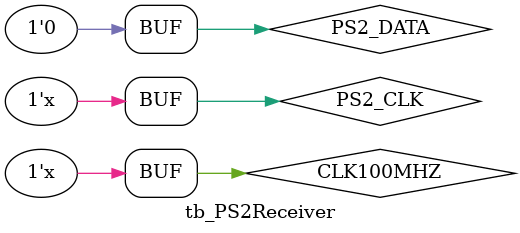
<source format=v>
`timescale 1ns / 1ps


  module tb_PS2Receiver();
    reg CLK100MHZ;
    reg PS2_CLK;
    reg PS2_DATA;
    //wire [15:0]keycodeout;
    //reg CLK50MHZ=0;    
    wire [31:0]keycode;

PS2Receiver DUT(.clk(CLK100MHZ), .kclk(PS2_CLK), .kdata(PS2_DATA),.keycodeout(keycode));
initial CLK100MHZ=0;
initial PS2_CLK=0;
always begin 
#5
CLK100MHZ=~CLK100MHZ;
end 
always begin 
#25
PS2_CLK=~PS2_CLK;
end 

initial begin
      PS2_DATA=0;   
      #25
      PS2_DATA=1;
      #25
      PS2_DATA=0;
      #25
      PS2_DATA=1;
      #25
      PS2_DATA=1;
      #25
      PS2_DATA=1;
      #25
      PS2_DATA=1;
      #25
      PS2_DATA=1;
      #25
      PS2_DATA=0;
      #25
      PS2_DATA=1;
      #25
      PS2_DATA=0;
      #25
      PS2_DATA=0;
      #25
      PS2_DATA=1;
      #25
      PS2_DATA=0;
      #25
      PS2_DATA=1;
      #25
      PS2_DATA=0;
      #25
      PS2_DATA=0;
      #25
      PS2_DATA=1;
      #25
      PS2_DATA=0;
      PS2_DATA=0;   
      #25
      PS2_DATA=1;
      #25
      PS2_DATA=0;
      #25
      PS2_DATA=1;
      #25
      PS2_DATA=1;
      #25
      PS2_DATA=1;
      #25
      PS2_DATA=1;
      #25
      PS2_DATA=1;
      #25
      PS2_DATA=0;
      #25
      PS2_DATA=1;
      #25
      PS2_DATA=0;
      #25
      PS2_DATA=0;
      #25
      PS2_DATA=1;
      #25
      PS2_DATA=0;
      #25
      PS2_DATA=1;
      #25
      PS2_DATA=0;
      #25
      PS2_DATA=0;
      #25
      PS2_DATA=1;
      #25
      PS2_DATA=0;
      
      
    end
    

endmodule

</source>
